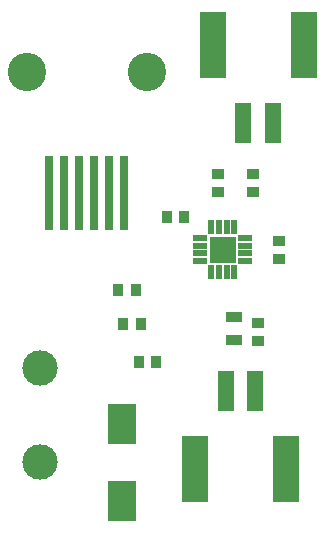
<source format=gts>
G04 (created by PCBNEW (2013-08-24 BZR 4298)-stable) date Wed 06 Aug 2014 08:08:47 PM PDT*
%MOIN*%
G04 Gerber Fmt 3.4, Leading zero omitted, Abs format*
%FSLAX34Y34*%
G01*
G70*
G90*
G04 APERTURE LIST*
%ADD10C,0.005906*%
%ADD11C,0.118110*%
%ADD12R,0.094500X0.137800*%
%ADD13R,0.090551X0.220472*%
%ADD14R,0.055118X0.133858*%
%ADD15R,0.055000X0.035000*%
%ADD16R,0.029921X0.250000*%
%ADD17C,0.127953*%
%ADD18R,0.090551X0.090551*%
%ADD19R,0.047244X0.021654*%
%ADD20R,0.021654X0.047244*%
%ADD21R,0.039400X0.035400*%
%ADD22R,0.035400X0.039400*%
G04 APERTURE END LIST*
G54D10*
G54D11*
X14911Y-25344D03*
X14911Y-22194D03*
G54D12*
X17667Y-24064D03*
X17667Y-26624D03*
G54D13*
X23120Y-25580D03*
G54D14*
X21112Y-22982D03*
X22096Y-22982D03*
G54D13*
X20088Y-25580D03*
X20679Y-11446D03*
G54D14*
X22687Y-14045D03*
X21702Y-14045D03*
G54D13*
X23710Y-11446D03*
G54D15*
X21377Y-20520D03*
X21377Y-21270D03*
G54D16*
X17736Y-16377D03*
X16736Y-16377D03*
X15736Y-16377D03*
X16236Y-16377D03*
X15236Y-16377D03*
G54D17*
X14486Y-12352D03*
X18486Y-12352D03*
G54D16*
X17236Y-16377D03*
G54D18*
X21013Y-18257D03*
G54D19*
X20265Y-17874D03*
X20265Y-18129D03*
X20265Y-18385D03*
X20265Y-18641D03*
G54D20*
X20629Y-19005D03*
X20885Y-19005D03*
X21141Y-19005D03*
X21397Y-19005D03*
G54D19*
X21761Y-18641D03*
X21761Y-18385D03*
X21761Y-18129D03*
X21761Y-17874D03*
G54D20*
X21397Y-17509D03*
X21141Y-17509D03*
X20885Y-17509D03*
X20629Y-17509D03*
G54D21*
X22204Y-21290D03*
X22204Y-20698D03*
X22007Y-16329D03*
X22007Y-15737D03*
X20866Y-16339D03*
X20866Y-15747D03*
G54D22*
X18274Y-20746D03*
X17682Y-20746D03*
G54D21*
X22893Y-18573D03*
X22893Y-17981D03*
G54D22*
X18797Y-22017D03*
X18205Y-22017D03*
X17536Y-19592D03*
X18128Y-19592D03*
X19734Y-17175D03*
X19142Y-17175D03*
M02*

</source>
